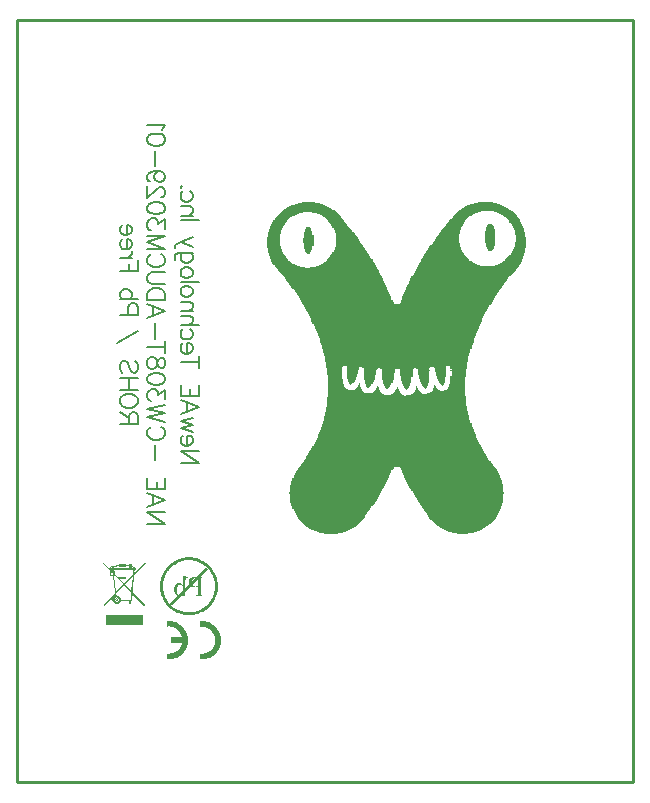
<source format=gbo>
G04*
G04 #@! TF.GenerationSoftware,Altium Limited,Altium Designer,18.1.7 (191)*
G04*
G04 Layer_Color=32896*
%FSLAX25Y25*%
%MOIN*%
G70*
G01*
G75*
%ADD12C,0.01000*%
%ADD14C,0.00800*%
G36*
X158539Y193262D02*
X159944D01*
Y192911D01*
X160997D01*
Y192560D01*
X161700D01*
Y192209D01*
X162402D01*
Y191857D01*
X163104D01*
Y191506D01*
X163807D01*
Y191155D01*
X164158D01*
Y190804D01*
X164509D01*
Y190453D01*
X165211D01*
Y190102D01*
X165562D01*
Y189750D01*
X165913D01*
Y189399D01*
X166265D01*
Y189048D01*
X166616D01*
Y188697D01*
Y188346D01*
X166967D01*
Y187995D01*
X167318D01*
Y187644D01*
X167669D01*
Y187292D01*
Y186941D01*
X168020D01*
Y186590D01*
Y186239D01*
X168372D01*
Y185888D01*
Y185537D01*
X168723D01*
Y185185D01*
Y184834D01*
X169074D01*
Y184483D01*
Y184132D01*
Y183781D01*
Y183430D01*
X169425D01*
Y183078D01*
Y182727D01*
Y182376D01*
Y182025D01*
Y181674D01*
X169776D01*
Y181323D01*
Y180972D01*
Y180620D01*
Y180269D01*
Y179918D01*
Y179567D01*
Y179216D01*
Y178865D01*
Y178513D01*
Y178162D01*
X169425D01*
Y177811D01*
Y177460D01*
Y177109D01*
Y176758D01*
Y176406D01*
X169074D01*
Y176055D01*
Y175704D01*
Y175353D01*
X168723D01*
Y175002D01*
Y174651D01*
Y174300D01*
X168372D01*
Y173948D01*
Y173597D01*
X168020D01*
Y173246D01*
Y172895D01*
X167669D01*
Y172544D01*
X167318D01*
Y172193D01*
Y171841D01*
X166967D01*
Y171490D01*
X166616D01*
Y171139D01*
X166265D01*
Y170788D01*
Y170437D01*
X165913D01*
Y170086D01*
X165562D01*
Y169734D01*
X165211D01*
Y169383D01*
X164860D01*
Y169032D01*
X164509D01*
Y168681D01*
X164158D01*
Y168330D01*
X163807D01*
Y167979D01*
Y167627D01*
X163455D01*
Y167276D01*
X163104D01*
Y166925D01*
X162753D01*
Y166574D01*
X162402D01*
Y166223D01*
Y165872D01*
X162051D01*
Y165521D01*
X161700D01*
Y165169D01*
Y164818D01*
X161348D01*
Y164467D01*
X160997D01*
Y164116D01*
X160646D01*
Y163765D01*
Y163414D01*
X160295D01*
Y163062D01*
X159944D01*
Y162711D01*
Y162360D01*
X159593D01*
Y162009D01*
X159241D01*
Y161658D01*
Y161307D01*
X158890D01*
Y160955D01*
X158539D01*
Y160604D01*
Y160253D01*
X158188D01*
Y159902D01*
Y159551D01*
X157837D01*
Y159200D01*
X157486D01*
Y158849D01*
Y158497D01*
X157135D01*
Y158146D01*
Y157795D01*
X156783D01*
Y157444D01*
Y157093D01*
X156432D01*
Y156741D01*
X156081D01*
Y156390D01*
Y156039D01*
X155730D01*
Y155688D01*
Y155337D01*
X155379D01*
Y154986D01*
Y154635D01*
X155028D01*
Y154283D01*
Y153932D01*
Y153581D01*
X154676D01*
Y153230D01*
Y152879D01*
X154325D01*
Y152528D01*
Y152176D01*
X153974D01*
Y151825D01*
Y151474D01*
Y151123D01*
X153623D01*
Y150772D01*
Y150421D01*
X153272D01*
Y150069D01*
Y149718D01*
X152921D01*
Y149367D01*
Y149016D01*
Y148665D01*
X152569D01*
Y148314D01*
Y147963D01*
X152218D01*
Y147611D01*
Y147260D01*
Y146909D01*
Y146558D01*
X151867D01*
Y146207D01*
Y145856D01*
X151516D01*
Y145504D01*
Y145153D01*
Y144802D01*
Y144451D01*
X151165D01*
Y144100D01*
Y143749D01*
Y143397D01*
Y143046D01*
X150814D01*
Y142695D01*
Y142344D01*
Y141993D01*
X150463D01*
Y141642D01*
Y141290D01*
Y140939D01*
Y140588D01*
Y140237D01*
X150111D01*
Y139886D01*
Y139535D01*
Y139184D01*
Y138832D01*
Y138481D01*
Y138130D01*
Y137779D01*
X149760D01*
Y137428D01*
Y137077D01*
Y136725D01*
Y136374D01*
Y136023D01*
Y135672D01*
Y135321D01*
Y134970D01*
X149409D01*
Y134618D01*
Y134267D01*
Y133916D01*
Y133565D01*
Y133214D01*
Y132863D01*
Y132512D01*
Y132160D01*
Y131809D01*
Y131458D01*
Y131107D01*
Y130756D01*
Y130405D01*
Y130053D01*
Y129702D01*
Y129351D01*
Y129000D01*
Y128649D01*
X149760D01*
Y128298D01*
Y127946D01*
Y127595D01*
Y127244D01*
Y126893D01*
Y126542D01*
Y126191D01*
Y125840D01*
Y125488D01*
X150111D01*
Y125137D01*
Y124786D01*
Y124435D01*
Y124084D01*
Y123733D01*
X150463D01*
Y123381D01*
Y123030D01*
Y122679D01*
Y122328D01*
X150814D01*
Y121977D01*
Y121626D01*
Y121274D01*
Y120923D01*
X151165D01*
Y120572D01*
Y120221D01*
Y119870D01*
X151516D01*
Y119519D01*
Y119168D01*
Y118816D01*
Y118465D01*
X151867D01*
Y118114D01*
Y117763D01*
X152218D01*
Y117412D01*
Y117061D01*
Y116709D01*
X152569D01*
Y116358D01*
Y116007D01*
X152921D01*
Y115656D01*
Y115305D01*
Y114954D01*
X153272D01*
Y114602D01*
Y114251D01*
X153623D01*
Y113900D01*
Y113549D01*
X153974D01*
Y113198D01*
Y112847D01*
X154325D01*
Y112496D01*
X154676D01*
Y112144D01*
Y111793D01*
X155028D01*
Y111442D01*
Y111091D01*
X155379D01*
Y110740D01*
Y110389D01*
X155730D01*
Y110037D01*
Y109686D01*
X156081D01*
Y109335D01*
X156432D01*
Y108984D01*
Y108633D01*
X156783D01*
Y108282D01*
X157135D01*
Y107931D01*
Y107579D01*
X157486D01*
Y107228D01*
X157837D01*
Y106877D01*
Y106526D01*
X158188D01*
Y106175D01*
X158539D01*
Y105824D01*
Y105472D01*
X158890D01*
Y105121D01*
X159241D01*
Y104770D01*
X159593D01*
Y104419D01*
X159944D01*
Y104068D01*
Y103717D01*
X160295D01*
Y103365D01*
Y103014D01*
X160646D01*
Y102663D01*
Y102312D01*
X160997D01*
Y101961D01*
Y101610D01*
X161348D01*
Y101259D01*
Y100907D01*
X161700D01*
Y100556D01*
Y100205D01*
Y99854D01*
Y99503D01*
X162051D01*
Y99151D01*
Y98800D01*
Y98449D01*
Y98098D01*
Y97747D01*
Y97396D01*
Y97045D01*
Y96693D01*
X162402D01*
Y96342D01*
Y95991D01*
X162051D01*
Y95640D01*
Y95289D01*
Y94938D01*
Y94586D01*
Y94235D01*
Y93884D01*
Y93533D01*
Y93182D01*
X161700D01*
Y92831D01*
Y92479D01*
Y92128D01*
X161348D01*
Y91777D01*
Y91426D01*
Y91075D01*
X160997D01*
Y90724D01*
Y90373D01*
X160646D01*
Y90021D01*
Y89670D01*
X160295D01*
Y89319D01*
Y88968D01*
X159944D01*
Y88617D01*
X159593D01*
Y88266D01*
Y87914D01*
X159241D01*
Y87563D01*
X158890D01*
Y87212D01*
X158539D01*
Y86861D01*
X158188D01*
Y86510D01*
X157837D01*
Y86159D01*
X157486D01*
Y85808D01*
X157135D01*
Y85456D01*
X156432D01*
Y85105D01*
X156081D01*
Y84754D01*
X155379D01*
Y84403D01*
X155028D01*
Y84052D01*
X154325D01*
Y83701D01*
X153272D01*
Y83349D01*
X152218D01*
Y82998D01*
X150463D01*
Y82647D01*
X146600D01*
Y82998D01*
X144844D01*
Y83349D01*
X143791D01*
Y83701D01*
X143088D01*
Y84052D01*
X142386D01*
Y84403D01*
X141684D01*
Y84754D01*
X140981D01*
Y85105D01*
X140630D01*
Y85456D01*
X139928D01*
Y85808D01*
X139577D01*
Y86159D01*
X139225D01*
Y86510D01*
X138874D01*
Y86861D01*
X138523D01*
Y87212D01*
X138172D01*
Y87563D01*
X137821D01*
Y87914D01*
X137470D01*
Y88266D01*
Y88617D01*
X137118D01*
Y88968D01*
X136767D01*
Y89319D01*
Y89670D01*
X136416D01*
Y90021D01*
X136065D01*
Y90373D01*
X135714D01*
Y90724D01*
Y91075D01*
X135363D01*
Y91426D01*
X135012D01*
Y91777D01*
Y92128D01*
X134660D01*
Y92479D01*
X134309D01*
Y92831D01*
Y93182D01*
X133958D01*
Y93533D01*
X133607D01*
Y93884D01*
Y94235D01*
X133256D01*
Y94586D01*
Y94938D01*
X132905D01*
Y95289D01*
X132554D01*
Y95640D01*
X132202D01*
Y95991D01*
Y96342D01*
X131851D01*
Y96693D01*
Y97045D01*
X131500D01*
Y97396D01*
Y97747D01*
X131149D01*
Y98098D01*
X130798D01*
Y98449D01*
Y98800D01*
X130447D01*
Y99151D01*
Y99503D01*
X130095D01*
Y99854D01*
Y100205D01*
X129744D01*
Y100556D01*
Y100907D01*
X129393D01*
Y101259D01*
Y101610D01*
X129042D01*
Y101961D01*
Y102312D01*
X128691D01*
Y102663D01*
Y103014D01*
X128340D01*
Y103365D01*
Y103717D01*
Y104068D01*
X127988D01*
Y104419D01*
Y104770D01*
X127637D01*
Y105121D01*
X125530D01*
Y104770D01*
Y104419D01*
X125179D01*
Y104068D01*
X124828D01*
Y103717D01*
Y103365D01*
Y103014D01*
X124477D01*
Y102663D01*
Y102312D01*
X124126D01*
Y101961D01*
Y101610D01*
X123775D01*
Y101259D01*
Y100907D01*
X123423D01*
Y100556D01*
Y100205D01*
X123072D01*
Y99854D01*
Y99503D01*
X122721D01*
Y99151D01*
Y98800D01*
X122370D01*
Y98449D01*
Y98098D01*
X122019D01*
Y97747D01*
X121668D01*
Y97396D01*
Y97045D01*
X121316D01*
Y96693D01*
Y96342D01*
X120965D01*
Y95991D01*
Y95640D01*
X120614D01*
Y95289D01*
X120263D01*
Y94938D01*
Y94586D01*
X119912D01*
Y94235D01*
Y93884D01*
X119561D01*
Y93533D01*
X119209D01*
Y93182D01*
Y92831D01*
X118858D01*
Y92479D01*
X118507D01*
Y92128D01*
X118156D01*
Y91777D01*
Y91426D01*
X117805D01*
Y91075D01*
Y90724D01*
X117454D01*
Y90373D01*
X117103D01*
Y90021D01*
X116751D01*
Y89670D01*
Y89319D01*
X116400D01*
Y88968D01*
X116049D01*
Y88617D01*
Y88266D01*
X115698D01*
Y87914D01*
X115347D01*
Y87563D01*
X114996D01*
Y87212D01*
X114644D01*
Y86861D01*
X114293D01*
Y86510D01*
X113942D01*
Y86159D01*
X113591D01*
Y85808D01*
X113240D01*
Y85456D01*
X112889D01*
Y85105D01*
X112186D01*
Y84754D01*
X111835D01*
Y84403D01*
X111133D01*
Y84052D01*
X110431D01*
Y83701D01*
X109728D01*
Y83349D01*
X108675D01*
Y82998D01*
X106919D01*
Y82647D01*
X102354D01*
Y82998D01*
X100598D01*
Y83349D01*
X99896D01*
Y83701D01*
X98842D01*
Y84052D01*
X98140D01*
Y84403D01*
X97438D01*
Y84754D01*
X97087D01*
Y85105D01*
X96384D01*
Y85456D01*
X96033D01*
Y85808D01*
X95682D01*
Y86159D01*
X95331D01*
Y86510D01*
X94980D01*
Y86861D01*
X94628D01*
Y87212D01*
X94277D01*
Y87563D01*
X93926D01*
Y87914D01*
X93575D01*
Y88266D01*
Y88617D01*
X93224D01*
Y88968D01*
X92873D01*
Y89319D01*
Y89670D01*
X92521D01*
Y90021D01*
Y90373D01*
X92170D01*
Y90724D01*
Y91075D01*
X91819D01*
Y91426D01*
Y91777D01*
Y92128D01*
X91468D01*
Y92479D01*
Y92831D01*
Y93182D01*
X91117D01*
Y93533D01*
Y93884D01*
Y94235D01*
Y94586D01*
Y94938D01*
Y95289D01*
Y95640D01*
Y95991D01*
X90766D01*
Y96342D01*
Y96693D01*
X91117D01*
Y97045D01*
Y97396D01*
Y97747D01*
Y98098D01*
Y98449D01*
Y98800D01*
Y99151D01*
X91468D01*
Y99503D01*
Y99854D01*
Y100205D01*
Y100556D01*
X91819D01*
Y100907D01*
Y101259D01*
Y101610D01*
X92170D01*
Y101961D01*
Y102312D01*
X92521D01*
Y102663D01*
Y103014D01*
X92873D01*
Y103365D01*
Y103717D01*
X93224D01*
Y104068D01*
X93575D01*
Y104419D01*
Y104770D01*
X93926D01*
Y105121D01*
X94277D01*
Y105472D01*
X94628D01*
Y105824D01*
Y106175D01*
X94980D01*
Y106526D01*
X95331D01*
Y106877D01*
X95682D01*
Y107228D01*
Y107579D01*
X96033D01*
Y107931D01*
X96384D01*
Y108282D01*
Y108633D01*
X96735D01*
Y108984D01*
X97087D01*
Y109335D01*
Y109686D01*
X97438D01*
Y110037D01*
Y110389D01*
X97789D01*
Y110740D01*
X98140D01*
Y111091D01*
Y111442D01*
X98491D01*
Y111793D01*
Y112144D01*
X98842D01*
Y112496D01*
Y112847D01*
X99193D01*
Y113198D01*
Y113549D01*
X99545D01*
Y113900D01*
Y114251D01*
X99896D01*
Y114602D01*
Y114954D01*
X100247D01*
Y115305D01*
Y115656D01*
Y116007D01*
X100598D01*
Y116358D01*
Y116709D01*
X100949D01*
Y117061D01*
Y117412D01*
X101300D01*
Y117763D01*
Y118114D01*
Y118465D01*
X101652D01*
Y118816D01*
Y119168D01*
Y119519D01*
X102003D01*
Y119870D01*
Y120221D01*
Y120572D01*
X102354D01*
Y120923D01*
Y121274D01*
Y121626D01*
Y121977D01*
X102705D01*
Y122328D01*
Y122679D01*
Y123030D01*
Y123381D01*
X103056D01*
Y123733D01*
Y124084D01*
Y124435D01*
Y124786D01*
Y125137D01*
X103407D01*
Y125488D01*
Y125840D01*
Y126191D01*
Y126542D01*
Y126893D01*
Y127244D01*
Y127595D01*
Y127946D01*
Y128298D01*
X103759D01*
Y128649D01*
Y129000D01*
Y129351D01*
Y129702D01*
Y130053D01*
Y130405D01*
Y130756D01*
Y131107D01*
Y131458D01*
Y131809D01*
Y132160D01*
Y132512D01*
Y132863D01*
Y133214D01*
Y133565D01*
Y133916D01*
Y134267D01*
Y134618D01*
Y134970D01*
Y135321D01*
Y135672D01*
X103407D01*
Y136023D01*
Y136374D01*
Y136725D01*
Y137077D01*
Y137428D01*
Y137779D01*
Y138130D01*
X103056D01*
Y138481D01*
Y138832D01*
Y139184D01*
Y139535D01*
Y139886D01*
Y140237D01*
X102705D01*
Y140588D01*
Y140939D01*
Y141290D01*
Y141642D01*
Y141993D01*
X102354D01*
Y142344D01*
Y142695D01*
Y143046D01*
X102003D01*
Y143397D01*
Y143749D01*
Y144100D01*
Y144451D01*
X101652D01*
Y144802D01*
Y145153D01*
Y145504D01*
Y145856D01*
X101300D01*
Y146207D01*
Y146558D01*
X100949D01*
Y146909D01*
Y147260D01*
Y147611D01*
Y147963D01*
X100598D01*
Y148314D01*
Y148665D01*
X100247D01*
Y149016D01*
Y149367D01*
Y149718D01*
X99896D01*
Y150069D01*
Y150421D01*
X99545D01*
Y150772D01*
Y151123D01*
X99193D01*
Y151474D01*
Y151825D01*
Y152176D01*
X98842D01*
Y152528D01*
Y152879D01*
X98491D01*
Y153230D01*
Y153581D01*
X98140D01*
Y153932D01*
Y154283D01*
Y154635D01*
X97789D01*
Y154986D01*
Y155337D01*
X97438D01*
Y155688D01*
Y156039D01*
X97087D01*
Y156390D01*
Y156741D01*
X96735D01*
Y157093D01*
X96384D01*
Y157444D01*
Y157795D01*
X96033D01*
Y158146D01*
Y158497D01*
X95682D01*
Y158849D01*
Y159200D01*
X95331D01*
Y159551D01*
X94980D01*
Y159902D01*
Y160253D01*
X94628D01*
Y160604D01*
Y160955D01*
X94277D01*
Y161307D01*
X93926D01*
Y161658D01*
Y162009D01*
X93575D01*
Y162360D01*
X93224D01*
Y162711D01*
Y163062D01*
X92873D01*
Y163414D01*
X92521D01*
Y163765D01*
Y164116D01*
X92170D01*
Y164467D01*
X91819D01*
Y164818D01*
X91468D01*
Y165169D01*
Y165521D01*
X91117D01*
Y165872D01*
X90766D01*
Y166223D01*
Y166574D01*
X90414D01*
Y166925D01*
X90063D01*
Y167276D01*
X89712D01*
Y167627D01*
X89361D01*
Y167979D01*
Y168330D01*
X89010D01*
Y168681D01*
X88659D01*
Y169032D01*
X88307D01*
Y169383D01*
X87956D01*
Y169734D01*
X87605D01*
Y170086D01*
X87254D01*
Y170437D01*
X86903D01*
Y170788D01*
Y171139D01*
X86552D01*
Y171490D01*
X86200D01*
Y171841D01*
X85849D01*
Y172193D01*
Y172544D01*
X85498D01*
Y172895D01*
X85147D01*
Y173246D01*
Y173597D01*
X84796D01*
Y173948D01*
Y174300D01*
X84445D01*
Y174651D01*
Y175002D01*
Y175353D01*
X84094D01*
Y175704D01*
Y176055D01*
Y176406D01*
X83742D01*
Y176758D01*
Y177109D01*
Y177460D01*
Y177811D01*
Y178162D01*
X83391D01*
Y178513D01*
Y178865D01*
Y179216D01*
Y179567D01*
Y179918D01*
Y180269D01*
Y180620D01*
Y180972D01*
Y181323D01*
Y181674D01*
X83742D01*
Y182025D01*
Y182376D01*
Y182727D01*
Y183078D01*
Y183430D01*
X84094D01*
Y183781D01*
Y184132D01*
Y184483D01*
X84445D01*
Y184834D01*
Y185185D01*
Y185537D01*
X84796D01*
Y185888D01*
Y186239D01*
X85147D01*
Y186590D01*
Y186941D01*
X85498D01*
Y187292D01*
X85849D01*
Y187644D01*
Y187995D01*
X86200D01*
Y188346D01*
X86552D01*
Y188697D01*
X86903D01*
Y189048D01*
X87254D01*
Y189399D01*
X87605D01*
Y189750D01*
X87956D01*
Y190102D01*
X88307D01*
Y190453D01*
X88659D01*
Y190804D01*
X89010D01*
Y191155D01*
X89712D01*
Y191506D01*
X90063D01*
Y191857D01*
X90766D01*
Y192209D01*
X91468D01*
Y192560D01*
X92521D01*
Y192911D01*
X93575D01*
Y193262D01*
X94980D01*
Y193613D01*
X99193D01*
Y193262D01*
X100949D01*
Y192911D01*
X102003D01*
Y192560D01*
X102705D01*
Y192209D01*
X103407D01*
Y191857D01*
X104110D01*
Y191506D01*
X104812D01*
Y191155D01*
X105163D01*
Y190804D01*
X105865D01*
Y190453D01*
X106217D01*
Y190102D01*
X106568D01*
Y189750D01*
X106919D01*
Y189399D01*
X107270D01*
Y189048D01*
X107621D01*
Y188697D01*
X107972D01*
Y188346D01*
Y187995D01*
X108324D01*
Y187644D01*
X108675D01*
Y187292D01*
X109026D01*
Y186941D01*
X109377D01*
Y186590D01*
X109728D01*
Y186239D01*
X110079D01*
Y185888D01*
Y185537D01*
X110431D01*
Y185185D01*
X110782D01*
Y184834D01*
X111133D01*
Y184483D01*
X111484D01*
Y184132D01*
X111835D01*
Y183781D01*
Y183430D01*
X112186D01*
Y183078D01*
X112537D01*
Y182727D01*
Y182376D01*
X112889D01*
Y182025D01*
X113240D01*
Y181674D01*
X113591D01*
Y181323D01*
Y180972D01*
X113942D01*
Y180620D01*
X114293D01*
Y180269D01*
Y179918D01*
X114644D01*
Y179567D01*
X114996D01*
Y179216D01*
X115347D01*
Y178865D01*
Y178513D01*
X115698D01*
Y178162D01*
X116049D01*
Y177811D01*
Y177460D01*
X116400D01*
Y177109D01*
X116751D01*
Y176758D01*
Y176406D01*
X117103D01*
Y176055D01*
X117454D01*
Y175704D01*
Y175353D01*
X117805D01*
Y175002D01*
Y174651D01*
X118156D01*
Y174300D01*
X118507D01*
Y173948D01*
Y173597D01*
X118858D01*
Y173246D01*
X119209D01*
Y172895D01*
Y172544D01*
X119561D01*
Y172193D01*
Y171841D01*
X119912D01*
Y171490D01*
Y171139D01*
X120263D01*
Y170788D01*
X120614D01*
Y170437D01*
Y170086D01*
Y169734D01*
X120965D01*
Y169383D01*
Y169032D01*
X121316D01*
Y168681D01*
X121668D01*
Y168330D01*
Y167979D01*
X122019D01*
Y167627D01*
Y167276D01*
X122370D01*
Y166925D01*
Y166574D01*
X122721D01*
Y166223D01*
Y165872D01*
X123072D01*
Y165521D01*
Y165169D01*
X123423D01*
Y164818D01*
Y164467D01*
Y164116D01*
X123775D01*
Y163765D01*
Y163414D01*
X124126D01*
Y163062D01*
Y162711D01*
X124477D01*
Y162360D01*
Y162009D01*
X124828D01*
Y161658D01*
Y161307D01*
Y160955D01*
X125179D01*
Y160604D01*
Y160253D01*
X125530D01*
Y159902D01*
Y159551D01*
X127637D01*
Y159902D01*
X127988D01*
Y160253D01*
Y160604D01*
Y160955D01*
X128340D01*
Y161307D01*
Y161658D01*
Y162009D01*
X128691D01*
Y162360D01*
Y162711D01*
X129042D01*
Y163062D01*
Y163414D01*
X129393D01*
Y163765D01*
Y164116D01*
X129744D01*
Y164467D01*
Y164818D01*
Y165169D01*
X130095D01*
Y165521D01*
Y165872D01*
X130447D01*
Y166223D01*
X130798D01*
Y166574D01*
Y166925D01*
Y167276D01*
X131149D01*
Y167627D01*
Y167979D01*
X131500D01*
Y168330D01*
Y168681D01*
X131851D01*
Y169032D01*
X132202D01*
Y169383D01*
Y169734D01*
X132554D01*
Y170086D01*
Y170437D01*
X132905D01*
Y170788D01*
Y171139D01*
X133256D01*
Y171490D01*
Y171841D01*
X133607D01*
Y172193D01*
Y172544D01*
X133958D01*
Y172895D01*
Y173246D01*
X134309D01*
Y173597D01*
X134660D01*
Y173948D01*
Y174300D01*
X135012D01*
Y174651D01*
X135363D01*
Y175002D01*
Y175353D01*
X135714D01*
Y175704D01*
Y176055D01*
X136065D01*
Y176406D01*
X136416D01*
Y176758D01*
Y177109D01*
X136767D01*
Y177460D01*
X137118D01*
Y177811D01*
Y178162D01*
X137470D01*
Y178513D01*
Y178865D01*
X137821D01*
Y179216D01*
X138172D01*
Y179567D01*
X138523D01*
Y179918D01*
Y180269D01*
X138874D01*
Y180620D01*
X139225D01*
Y180972D01*
X139577D01*
Y181323D01*
Y181674D01*
X139928D01*
Y182025D01*
X140279D01*
Y182376D01*
X140630D01*
Y182727D01*
Y183078D01*
X140981D01*
Y183430D01*
X141332D01*
Y183781D01*
Y184132D01*
X141684D01*
Y184483D01*
X142035D01*
Y184834D01*
X142386D01*
Y185185D01*
X142737D01*
Y185537D01*
X143088D01*
Y185888D01*
Y186239D01*
X143439D01*
Y186590D01*
X143791D01*
Y186941D01*
X144142D01*
Y187292D01*
X144493D01*
Y187644D01*
X144844D01*
Y187995D01*
X145195D01*
Y188346D01*
Y188697D01*
X145546D01*
Y189048D01*
X145897D01*
Y189399D01*
X146249D01*
Y189750D01*
X146600D01*
Y190102D01*
X146951D01*
Y190453D01*
X147302D01*
Y190804D01*
X148004D01*
Y191155D01*
X148356D01*
Y191506D01*
X149058D01*
Y191857D01*
X149409D01*
Y192209D01*
X150111D01*
Y192560D01*
X151165D01*
Y192911D01*
X152218D01*
Y193262D01*
X153623D01*
Y193613D01*
X158539D01*
Y193262D01*
D02*
G37*
G36*
X43000Y73222D02*
X39078Y69138D01*
X38962Y68038D01*
X38719Y65366D01*
X38522Y63445D01*
X42722Y59130D01*
X42433Y58852D01*
X38488Y62901D01*
X38256Y60414D01*
X38129D01*
Y59465D01*
X37250D01*
Y60414D01*
X34531D01*
X34427Y60229D01*
X34299Y60044D01*
X34103Y59835D01*
X33848Y59662D01*
X33559Y59569D01*
X33281Y59535D01*
X32992Y59546D01*
X32784Y59604D01*
X32541Y59708D01*
X32333Y59835D01*
X32171Y59997D01*
X32008Y60229D01*
X31893Y60483D01*
X31823Y60726D01*
X31800Y60923D01*
X31823Y61166D01*
X31858Y61351D01*
X31927Y61525D01*
X32032Y61721D01*
X32147Y61883D01*
X32309Y62034D01*
X32483Y62149D01*
X32645Y62230D01*
X32622Y62439D01*
X29162Y58852D01*
X28873Y59141D01*
X32587Y62982D01*
X32286Y66338D01*
X32078Y68767D01*
X30967D01*
Y70329D01*
X31256D01*
X28445Y73222D01*
X28734Y73500D01*
X31384Y70769D01*
Y70966D01*
X31326Y71012D01*
X31256Y71058D01*
X31187Y71128D01*
X31118Y71209D01*
X31083Y71313D01*
X31048Y71405D01*
X31037Y71521D01*
X31060Y71671D01*
X31095Y71753D01*
X31199Y71914D01*
X31314Y72019D01*
X31465Y72088D01*
X31627Y72111D01*
X31789Y72088D01*
X31927Y72030D01*
X32043Y71961D01*
X32101Y71891D01*
X32205Y71984D01*
X32379Y72100D01*
X32587Y72204D01*
X32888Y72319D01*
X33212Y72412D01*
X33536Y72481D01*
X33883Y72539D01*
X34161Y72574D01*
Y72921D01*
X36382D01*
Y72620D01*
X36555D01*
X36845Y72585D01*
X37146Y72551D01*
X37435Y72505D01*
Y72690D01*
X38395D01*
Y72238D01*
X38511Y72181D01*
X38661Y72111D01*
X38835Y72007D01*
X38974Y71914D01*
X39101Y71799D01*
X39193Y71718D01*
X39251Y71637D01*
X39298Y71544D01*
X39274Y71382D01*
X39830D01*
Y70676D01*
X39217D01*
X39124Y69762D01*
X42711Y73500D01*
X43000Y73222D01*
D02*
G37*
G36*
X42155Y55647D02*
Y55589D01*
Y55508D01*
Y55427D01*
Y55335D01*
Y55254D01*
Y55196D01*
Y55184D01*
Y55173D01*
Y54791D01*
Y54606D01*
Y54432D01*
Y54293D01*
Y54178D01*
Y54131D01*
Y54097D01*
Y54085D01*
Y54074D01*
Y53854D01*
Y53657D01*
Y53472D01*
Y53310D01*
Y53171D01*
Y53079D01*
Y53009D01*
Y52997D01*
Y52986D01*
Y52824D01*
Y52708D01*
Y52616D01*
Y52558D01*
Y52523D01*
Y52512D01*
Y52500D01*
X29509D01*
Y52523D01*
Y52581D01*
Y52650D01*
Y52743D01*
Y52836D01*
Y52905D01*
Y52963D01*
Y52986D01*
Y53368D01*
Y53553D01*
Y53715D01*
Y53865D01*
Y53969D01*
Y54016D01*
Y54050D01*
Y54062D01*
Y54074D01*
Y54293D01*
Y54502D01*
Y54687D01*
Y54849D01*
Y54988D01*
Y55092D01*
Y55150D01*
Y55173D01*
Y55265D01*
Y55335D01*
Y55462D01*
Y55554D01*
Y55612D01*
Y55647D01*
Y55659D01*
Y55670D01*
X42155D01*
Y55647D01*
D02*
G37*
G36*
X57698Y75073D02*
X58068Y75050D01*
X58427Y75015D01*
X58774Y74957D01*
X59121Y74900D01*
X59445Y74818D01*
X60093Y74645D01*
X60694Y74425D01*
X61261Y74182D01*
X61782Y73928D01*
X62025Y73800D01*
X62256Y73662D01*
X62476Y73534D01*
X62684Y73395D01*
X62881Y73268D01*
X63066Y73141D01*
X63240Y73014D01*
X63402Y72898D01*
X63541Y72782D01*
X63668Y72678D01*
X63784Y72585D01*
X63888Y72505D01*
X63980Y72423D01*
X64050Y72366D01*
X64108Y72308D01*
X64142Y72273D01*
X64165Y72250D01*
X64177Y72238D01*
X64432Y71972D01*
X64674Y71695D01*
X64894Y71417D01*
X65114Y71128D01*
X65299Y70838D01*
X65484Y70561D01*
X65658Y70260D01*
X65808Y69971D01*
X65947Y69681D01*
X66086Y69392D01*
X66306Y68825D01*
X66502Y68282D01*
X66641Y67761D01*
X66769Y67263D01*
X66815Y67032D01*
X66850Y66812D01*
X66884Y66615D01*
X66919Y66419D01*
X66942Y66234D01*
X66954Y66072D01*
X66965Y65921D01*
X66977Y65794D01*
X66988Y65678D01*
Y65574D01*
X67000Y65505D01*
Y65447D01*
Y65412D01*
Y65400D01*
X66988Y65030D01*
X66965Y64660D01*
X66931Y64301D01*
X66873Y63954D01*
X66815Y63607D01*
X66734Y63283D01*
X66560Y62635D01*
X66341Y62034D01*
X66109Y61467D01*
X65855Y60946D01*
X65716Y60703D01*
X65588Y60472D01*
X65461Y60252D01*
X65322Y60044D01*
X65195Y59847D01*
X65068Y59662D01*
X64952Y59488D01*
X64836Y59326D01*
X64721Y59188D01*
X64617Y59060D01*
X64524Y58944D01*
X64432Y58840D01*
X64362Y58748D01*
X64293Y58678D01*
X64246Y58621D01*
X64212Y58586D01*
X64188Y58563D01*
X64177Y58551D01*
X63911Y58297D01*
X63633Y58054D01*
X63355Y57822D01*
X63066Y57614D01*
X62777Y57417D01*
X62488Y57232D01*
X62199Y57070D01*
X61909Y56908D01*
X61620Y56769D01*
X61331Y56642D01*
X60764Y56411D01*
X60208Y56226D01*
X59688Y56075D01*
X59202Y55959D01*
X58970Y55902D01*
X58751Y55867D01*
X58542Y55832D01*
X58346Y55809D01*
X58161Y55774D01*
X57999Y55763D01*
X57848Y55751D01*
X57721Y55740D01*
X57605Y55728D01*
X57501D01*
X57432Y55717D01*
X57328D01*
X56957Y55728D01*
X56587Y55751D01*
X56228Y55786D01*
X55881Y55844D01*
X55546Y55902D01*
X55210Y55983D01*
X54574Y56156D01*
X53972Y56376D01*
X53405Y56619D01*
X52885Y56874D01*
X52642Y57001D01*
X52410Y57140D01*
X52190Y57267D01*
X51982Y57394D01*
X51785Y57533D01*
X51600Y57660D01*
X51427Y57776D01*
X51265Y57892D01*
X51126Y58007D01*
X50999Y58112D01*
X50883Y58204D01*
X50779Y58285D01*
X50686Y58366D01*
X50617Y58435D01*
X50559Y58482D01*
X50524Y58516D01*
X50501Y58539D01*
X50490Y58551D01*
X50235Y58817D01*
X49992Y59095D01*
X49761Y59373D01*
X49552Y59662D01*
X49356Y59951D01*
X49171Y60240D01*
X48997Y60530D01*
X48847Y60819D01*
X48696Y61108D01*
X48569Y61397D01*
X48338Y61964D01*
X48153Y62520D01*
X48002Y63040D01*
X47886Y63526D01*
X47829Y63758D01*
X47794Y63977D01*
X47759Y64186D01*
X47724Y64382D01*
X47701Y64568D01*
X47690Y64729D01*
X47678Y64880D01*
X47666Y65007D01*
X47655Y65123D01*
X47643Y65227D01*
Y65296D01*
Y65354D01*
Y65389D01*
Y65400D01*
X47655Y65771D01*
X47678Y66141D01*
X47713Y66500D01*
X47771Y66847D01*
X47829Y67182D01*
X47910Y67518D01*
X48083Y68154D01*
X48303Y68756D01*
X48546Y69323D01*
X48800Y69843D01*
X48928Y70086D01*
X49066Y70318D01*
X49194Y70538D01*
X49333Y70746D01*
X49460Y70943D01*
X49587Y71128D01*
X49714Y71301D01*
X49830Y71463D01*
X49946Y71602D01*
X50050Y71729D01*
X50143Y71845D01*
X50223Y71949D01*
X50305Y72042D01*
X50362Y72111D01*
X50420Y72169D01*
X50455Y72204D01*
X50478Y72227D01*
X50490Y72238D01*
X50756Y72493D01*
X51033Y72736D01*
X51311Y72967D01*
X51600Y73176D01*
X51890Y73372D01*
X52167Y73557D01*
X52468Y73731D01*
X52757Y73881D01*
X53047Y74032D01*
X53336Y74159D01*
X53903Y74390D01*
X54447Y74576D01*
X54967Y74726D01*
X55465Y74842D01*
X55696Y74900D01*
X55916Y74934D01*
X56113Y74969D01*
X56309Y75004D01*
X56494Y75027D01*
X56656Y75038D01*
X56807Y75050D01*
X56934Y75062D01*
X57050Y75073D01*
X57154Y75085D01*
X57328D01*
X57698Y75073D01*
D02*
G37*
G36*
X62041Y53877D02*
X62516Y53820D01*
X62967Y53727D01*
X63395Y53600D01*
X63800Y53461D01*
X64170Y53299D01*
X64529Y53125D01*
X64841Y52952D01*
X65131Y52778D01*
X65385Y52605D01*
X65605Y52443D01*
X65790Y52304D01*
X65929Y52177D01*
X66033Y52084D01*
X66102Y52026D01*
X66126Y52003D01*
X66461Y51644D01*
X66750Y51263D01*
X67005Y50881D01*
X67213Y50499D01*
X67398Y50106D01*
X67549Y49735D01*
X67676Y49365D01*
X67780Y49018D01*
X67850Y48694D01*
X67907Y48393D01*
X67954Y48127D01*
X67977Y47896D01*
X67988Y47792D01*
X68000Y47699D01*
Y47630D01*
X68012Y47560D01*
Y47514D01*
Y47479D01*
Y47456D01*
Y47444D01*
X67988Y46959D01*
X67931Y46484D01*
X67838Y46033D01*
X67711Y45605D01*
X67572Y45200D01*
X67410Y44830D01*
X67248Y44483D01*
X67063Y44159D01*
X66889Y43881D01*
X66727Y43626D01*
X66565Y43407D01*
X66415Y43221D01*
X66299Y43083D01*
X66207Y42967D01*
X66149Y42909D01*
X66126Y42886D01*
X65767Y42550D01*
X65385Y42261D01*
X65003Y42007D01*
X64610Y41798D01*
X64228Y41613D01*
X63846Y41463D01*
X63476Y41335D01*
X63129Y41231D01*
X62805Y41162D01*
X62504Y41104D01*
X62238Y41058D01*
X62007Y41035D01*
X61903Y41023D01*
X61810Y41012D01*
X61741D01*
X61671Y41000D01*
X61313D01*
X61208Y41012D01*
X61023D01*
X60965Y41023D01*
X60908D01*
Y42979D01*
X61127Y42955D01*
X61243Y42944D01*
X61336D01*
X61428Y42932D01*
X61555D01*
X61903Y42944D01*
X62227Y42990D01*
X62539Y43060D01*
X62840Y43140D01*
X63117Y43233D01*
X63384Y43349D01*
X63626Y43464D01*
X63846Y43592D01*
X64055Y43719D01*
X64228Y43835D01*
X64379Y43950D01*
X64506Y44043D01*
X64610Y44135D01*
X64691Y44193D01*
X64737Y44240D01*
X64749Y44251D01*
X64980Y44506D01*
X65188Y44772D01*
X65362Y45038D01*
X65513Y45316D01*
X65640Y45582D01*
X65744Y45848D01*
X65836Y46102D01*
X65906Y46345D01*
X65952Y46577D01*
X65998Y46785D01*
X66022Y46970D01*
X66045Y47132D01*
X66056Y47259D01*
X66068Y47363D01*
Y47421D01*
Y47444D01*
X66056Y47792D01*
X66010Y48116D01*
X65940Y48439D01*
X65860Y48740D01*
X65767Y49018D01*
X65651Y49284D01*
X65536Y49527D01*
X65408Y49747D01*
X65281Y49944D01*
X65165Y50117D01*
X65050Y50279D01*
X64957Y50406D01*
X64864Y50499D01*
X64807Y50580D01*
X64760Y50626D01*
X64749Y50638D01*
X64494Y50869D01*
X64228Y51078D01*
X63962Y51251D01*
X63684Y51413D01*
X63418Y51540D01*
X63152Y51644D01*
X62898Y51737D01*
X62655Y51806D01*
X62423Y51853D01*
X62215Y51899D01*
X62030Y51934D01*
X61868Y51945D01*
X61741Y51957D01*
X61637Y51968D01*
X61555D01*
X61313Y51957D01*
X61208D01*
X61104Y51945D01*
X61023Y51934D01*
X60965D01*
X60919Y51922D01*
X60908D01*
Y53866D01*
X61127Y53889D01*
X61232D01*
X61336Y53900D01*
X61555D01*
X62041Y53877D01*
D02*
G37*
G36*
X51073D02*
X51547Y53820D01*
X51999Y53727D01*
X52427Y53600D01*
X52832Y53461D01*
X53202Y53299D01*
X53549Y53125D01*
X53873Y52952D01*
X54151Y52778D01*
X54405Y52605D01*
X54625Y52443D01*
X54810Y52304D01*
X54949Y52177D01*
X55065Y52084D01*
X55123Y52026D01*
X55146Y52003D01*
X55481Y51644D01*
X55770Y51263D01*
X56025Y50881D01*
X56233Y50499D01*
X56418Y50106D01*
X56569Y49735D01*
X56696Y49365D01*
X56800Y49018D01*
X56870Y48694D01*
X56928Y48393D01*
X56974Y48127D01*
X56997Y47896D01*
X57008Y47792D01*
X57020Y47699D01*
Y47630D01*
X57032Y47560D01*
Y47514D01*
Y47479D01*
Y47456D01*
Y47444D01*
X57008Y46959D01*
X56951Y46484D01*
X56858Y46033D01*
X56731Y45605D01*
X56592Y45200D01*
X56430Y44830D01*
X56268Y44483D01*
X56083Y44159D01*
X55909Y43881D01*
X55747Y43626D01*
X55585Y43407D01*
X55435Y43221D01*
X55319Y43083D01*
X55227Y42967D01*
X55169Y42909D01*
X55146Y42886D01*
X54787Y42550D01*
X54405Y42261D01*
X54023Y42007D01*
X53642Y41798D01*
X53248Y41613D01*
X52878Y41463D01*
X52508Y41335D01*
X52161Y41231D01*
X51837Y41162D01*
X51536Y41104D01*
X51270Y41058D01*
X51038Y41035D01*
X50934Y41023D01*
X50842Y41012D01*
X50772D01*
X50703Y41000D01*
X50344D01*
X50240Y41012D01*
X50055D01*
X49997Y41023D01*
X49939D01*
X49951Y42979D01*
X50171Y42955D01*
X50275Y42944D01*
X50379D01*
X50460Y42932D01*
X50587D01*
X50876Y42944D01*
X51166Y42979D01*
X51443Y43025D01*
X51698Y43083D01*
X51952Y43164D01*
X52184Y43245D01*
X52404Y43337D01*
X52600Y43430D01*
X52785Y43522D01*
X52947Y43615D01*
X53086Y43696D01*
X53202Y43777D01*
X53294Y43835D01*
X53364Y43881D01*
X53410Y43916D01*
X53422Y43927D01*
X53642Y44124D01*
X53850Y44321D01*
X54023Y44529D01*
X54185Y44749D01*
X54336Y44957D01*
X54463Y45177D01*
X54579Y45385D01*
X54671Y45582D01*
X54752Y45767D01*
X54822Y45940D01*
X54880Y46091D01*
X54926Y46230D01*
X54961Y46334D01*
X54984Y46415D01*
X54995Y46461D01*
Y46484D01*
X51223D01*
Y48416D01*
X54995D01*
X54926Y48706D01*
X54833Y48972D01*
X54729Y49238D01*
X54614Y49481D01*
X54486Y49701D01*
X54359Y49909D01*
X54220Y50106D01*
X54093Y50279D01*
X53966Y50441D01*
X53838Y50580D01*
X53734Y50696D01*
X53630Y50788D01*
X53549Y50869D01*
X53491Y50927D01*
X53445Y50962D01*
X53433Y50973D01*
X53190Y51147D01*
X52947Y51297D01*
X52705Y51436D01*
X52461Y51552D01*
X52219Y51644D01*
X51987Y51725D01*
X51756Y51795D01*
X51536Y51841D01*
X51339Y51887D01*
X51154Y51911D01*
X50992Y51934D01*
X50853Y51957D01*
X50738D01*
X50657Y51968D01*
X50587D01*
X50344Y51957D01*
X50240D01*
X50136Y51945D01*
X50055Y51934D01*
X49997D01*
X49951Y51922D01*
X49939D01*
Y53866D01*
X50078Y53877D01*
X50194Y53889D01*
X50309D01*
X50402Y53900D01*
X50587D01*
X51073Y53877D01*
D02*
G37*
%LPC*%
G36*
X158890Y190453D02*
X154676D01*
Y190102D01*
X153623D01*
Y189750D01*
X152569D01*
Y189399D01*
X151867D01*
Y189048D01*
X151516D01*
Y188697D01*
X150814D01*
Y188346D01*
X150463D01*
Y187995D01*
X150111D01*
Y187644D01*
X149760D01*
Y187292D01*
X149409D01*
Y186941D01*
X149058D01*
Y186590D01*
Y186239D01*
X148707D01*
Y185888D01*
Y185537D01*
X148356D01*
Y185185D01*
X148004D01*
Y184834D01*
Y184483D01*
Y184132D01*
X147653D01*
Y183781D01*
Y183430D01*
Y183078D01*
Y182727D01*
X147302D01*
Y182376D01*
Y182025D01*
Y181674D01*
Y181323D01*
Y180972D01*
Y180620D01*
Y180269D01*
Y179918D01*
X147653D01*
Y179567D01*
Y179216D01*
Y178865D01*
Y178513D01*
X148004D01*
Y178162D01*
Y177811D01*
Y177460D01*
X148356D01*
Y177109D01*
Y176758D01*
X148707D01*
Y176406D01*
X149058D01*
Y176055D01*
Y175704D01*
X149409D01*
Y175353D01*
X149760D01*
Y175002D01*
X150111D01*
Y174651D01*
X150463D01*
Y174300D01*
X150814D01*
Y173948D01*
X151516D01*
Y173597D01*
X151867D01*
Y173246D01*
X152569D01*
Y172895D01*
X153272D01*
Y172544D01*
X154325D01*
Y172193D01*
X159241D01*
Y172544D01*
X160295D01*
Y172895D01*
X160997D01*
Y173246D01*
X161700D01*
Y173597D01*
X162051D01*
Y173948D01*
X162753D01*
Y174300D01*
X163104D01*
Y174651D01*
X163455D01*
Y175002D01*
X163807D01*
Y175353D01*
X164158D01*
Y175704D01*
X164509D01*
Y176055D01*
Y176406D01*
X164860D01*
Y176758D01*
Y177109D01*
X165211D01*
Y177460D01*
Y177811D01*
X165562D01*
Y178162D01*
Y178513D01*
X165913D01*
Y178865D01*
Y179216D01*
Y179567D01*
Y179918D01*
Y180269D01*
X166265D01*
Y180620D01*
Y180972D01*
Y181323D01*
Y181674D01*
Y182025D01*
Y182376D01*
X165913D01*
Y182727D01*
Y183078D01*
Y183430D01*
Y183781D01*
Y184132D01*
X165562D01*
Y184483D01*
Y184834D01*
X165211D01*
Y185185D01*
Y185537D01*
X164860D01*
Y185888D01*
Y186239D01*
X164509D01*
Y186590D01*
X164158D01*
Y186941D01*
Y187292D01*
X163807D01*
Y187644D01*
X163455D01*
Y187995D01*
X163104D01*
Y188346D01*
X162402D01*
Y188697D01*
X162051D01*
Y189048D01*
X161348D01*
Y189399D01*
X160646D01*
Y189750D01*
X159944D01*
Y190102D01*
X158890D01*
Y190453D01*
D02*
G37*
G36*
X98491Y190102D02*
X95331D01*
Y189750D01*
X93926D01*
Y189399D01*
X93224D01*
Y189048D01*
X92521D01*
Y188697D01*
X91819D01*
Y188346D01*
X91117D01*
Y187995D01*
X90766D01*
Y187644D01*
X90414D01*
Y187292D01*
X90063D01*
Y186941D01*
X89712D01*
Y186590D01*
X89361D01*
Y186239D01*
Y185888D01*
X89010D01*
Y185537D01*
X88659D01*
Y185185D01*
Y184834D01*
X88307D01*
Y184483D01*
Y184132D01*
X87956D01*
Y183781D01*
Y183430D01*
Y183078D01*
Y182727D01*
X87605D01*
Y182376D01*
Y182025D01*
Y181674D01*
Y181323D01*
Y180972D01*
Y180620D01*
Y180269D01*
Y179918D01*
Y179567D01*
Y179216D01*
Y178865D01*
X87956D01*
Y178513D01*
Y178162D01*
Y177811D01*
X88307D01*
Y177460D01*
Y177109D01*
Y176758D01*
X88659D01*
Y176406D01*
Y176055D01*
X89010D01*
Y175704D01*
X89361D01*
Y175353D01*
X89712D01*
Y175002D01*
Y174651D01*
X90063D01*
Y174300D01*
X90414D01*
Y173948D01*
X91117D01*
Y173597D01*
X91468D01*
Y173246D01*
X91819D01*
Y172895D01*
X92521D01*
Y172544D01*
X93224D01*
Y172193D01*
X94277D01*
Y171841D01*
X96033D01*
Y171490D01*
X97789D01*
Y171841D01*
X99545D01*
Y172193D01*
X100598D01*
Y172544D01*
X101300D01*
Y172895D01*
X102003D01*
Y173246D01*
X102354D01*
Y173597D01*
X103056D01*
Y173948D01*
X103407D01*
Y174300D01*
X103759D01*
Y174651D01*
X104110D01*
Y175002D01*
X104461D01*
Y175353D01*
Y175704D01*
X104812D01*
Y176055D01*
X105163D01*
Y176406D01*
Y176758D01*
X105514D01*
Y177109D01*
Y177460D01*
X105865D01*
Y177811D01*
Y178162D01*
Y178513D01*
X106217D01*
Y178865D01*
Y179216D01*
Y179567D01*
Y179918D01*
Y180269D01*
Y180620D01*
Y180972D01*
Y181323D01*
Y181674D01*
Y182025D01*
Y182376D01*
Y182727D01*
Y183078D01*
X105865D01*
Y183430D01*
Y183781D01*
Y184132D01*
X105514D01*
Y184483D01*
Y184834D01*
X105163D01*
Y185185D01*
Y185537D01*
X104812D01*
Y185888D01*
Y186239D01*
X104461D01*
Y186590D01*
X104110D01*
Y186941D01*
X103759D01*
Y187292D01*
X103407D01*
Y187644D01*
X103056D01*
Y187995D01*
X102705D01*
Y188346D01*
X102003D01*
Y188697D01*
X101652D01*
Y189048D01*
X100949D01*
Y189399D01*
X99896D01*
Y189750D01*
X98491D01*
Y190102D01*
D02*
G37*
G36*
X144493Y138832D02*
X143088D01*
Y138481D01*
Y138130D01*
Y137779D01*
Y137428D01*
Y137077D01*
Y136725D01*
Y136374D01*
Y136023D01*
Y135672D01*
Y135321D01*
Y134970D01*
X142737D01*
Y134618D01*
Y134267D01*
Y133916D01*
Y133565D01*
Y133214D01*
X142386D01*
Y132863D01*
Y132512D01*
X142035D01*
Y132160D01*
X141684D01*
Y132512D01*
X141332D01*
Y132863D01*
X140981D01*
Y133214D01*
X140630D01*
Y133565D01*
Y133916D01*
X140279D01*
Y134267D01*
Y134618D01*
X139928D01*
Y134970D01*
Y135321D01*
X139577D01*
Y135672D01*
Y136023D01*
Y136374D01*
Y136725D01*
X139225D01*
Y137077D01*
Y137428D01*
Y137779D01*
Y138130D01*
X138874D01*
Y138481D01*
X137821D01*
Y138130D01*
X137470D01*
Y137779D01*
Y137428D01*
X137821D01*
Y137077D01*
X137470D01*
Y136725D01*
Y136374D01*
Y136023D01*
Y135672D01*
Y135321D01*
Y134970D01*
Y134618D01*
Y134267D01*
Y133916D01*
Y133565D01*
Y133214D01*
X137118D01*
Y132863D01*
Y132512D01*
Y132160D01*
X136767D01*
Y131809D01*
Y131458D01*
X136416D01*
Y131107D01*
X136065D01*
Y131458D01*
X135714D01*
Y131809D01*
X135363D01*
Y132160D01*
X135012D01*
Y132512D01*
Y132863D01*
X134660D01*
Y133214D01*
Y133565D01*
X134309D01*
Y133916D01*
Y134267D01*
Y134618D01*
X133958D01*
Y134970D01*
Y135321D01*
Y135672D01*
X133607D01*
Y136023D01*
Y136374D01*
Y136725D01*
Y137077D01*
Y137428D01*
Y137779D01*
X132905D01*
Y138130D01*
X132202D01*
Y137779D01*
X131851D01*
Y137428D01*
Y137077D01*
Y136725D01*
Y136374D01*
Y136023D01*
Y135672D01*
Y135321D01*
Y134970D01*
X131500D01*
Y134618D01*
Y134267D01*
Y133916D01*
Y133565D01*
Y133214D01*
X131149D01*
Y132863D01*
Y132512D01*
Y132160D01*
X130798D01*
Y131809D01*
Y131458D01*
X130447D01*
Y131107D01*
X130095D01*
Y130756D01*
X129744D01*
Y131107D01*
X129393D01*
Y131458D01*
X129042D01*
Y131809D01*
Y132160D01*
X128691D01*
Y132512D01*
Y132863D01*
X128340D01*
Y133214D01*
Y133565D01*
Y133916D01*
X127988D01*
Y134267D01*
Y134618D01*
Y134970D01*
Y135321D01*
X127637D01*
Y135672D01*
Y136023D01*
Y136374D01*
Y136725D01*
Y137077D01*
Y137428D01*
Y137779D01*
X125882D01*
Y137428D01*
Y137077D01*
Y136725D01*
Y136374D01*
X125530D01*
Y136023D01*
Y135672D01*
Y135321D01*
Y134970D01*
Y134618D01*
Y134267D01*
X125179D01*
Y133916D01*
Y133565D01*
Y133214D01*
X124828D01*
Y132863D01*
Y132512D01*
X124477D01*
Y132160D01*
Y131809D01*
X124126D01*
Y131458D01*
X123775D01*
Y131107D01*
X123072D01*
Y131458D01*
X122721D01*
Y131809D01*
Y132160D01*
X122370D01*
Y132512D01*
Y132863D01*
X122019D01*
Y133214D01*
Y133565D01*
Y133916D01*
Y134267D01*
X121668D01*
Y134618D01*
Y134970D01*
Y135321D01*
Y135672D01*
Y136023D01*
Y136374D01*
Y136725D01*
Y137077D01*
Y137428D01*
Y137779D01*
X120965D01*
Y138130D01*
X120263D01*
Y137779D01*
X119912D01*
Y137428D01*
X119561D01*
Y137077D01*
Y136725D01*
Y136374D01*
Y136023D01*
Y135672D01*
X119209D01*
Y135321D01*
Y134970D01*
Y134618D01*
Y134267D01*
X118858D01*
Y133916D01*
Y133565D01*
X118507D01*
Y133214D01*
Y132863D01*
X118156D01*
Y132512D01*
Y132160D01*
X117805D01*
Y131809D01*
X117454D01*
Y131458D01*
X116751D01*
Y131809D01*
X116400D01*
Y132160D01*
Y132512D01*
Y132863D01*
X116049D01*
Y133214D01*
Y133565D01*
Y133916D01*
Y134267D01*
X115698D01*
Y134618D01*
Y134970D01*
Y135321D01*
Y135672D01*
Y136023D01*
Y136374D01*
Y136725D01*
Y137077D01*
Y137428D01*
Y137779D01*
Y138130D01*
X114996D01*
Y138481D01*
X113942D01*
Y138130D01*
Y137779D01*
Y137428D01*
X113591D01*
Y137077D01*
Y136725D01*
Y136374D01*
Y136023D01*
X113240D01*
Y135672D01*
Y135321D01*
Y134970D01*
X112889D01*
Y134618D01*
Y134267D01*
X112537D01*
Y133916D01*
Y133565D01*
X112186D01*
Y133214D01*
X111835D01*
Y132863D01*
X111484D01*
Y132512D01*
X111133D01*
Y132863D01*
X110782D01*
Y133214D01*
Y133565D01*
X110431D01*
Y133916D01*
Y134267D01*
Y134618D01*
X110079D01*
Y134970D01*
Y135321D01*
Y135672D01*
Y136023D01*
Y136374D01*
Y136725D01*
Y137077D01*
Y137428D01*
Y137779D01*
Y138130D01*
Y138481D01*
Y138832D01*
X108675D01*
Y138481D01*
X108324D01*
Y138130D01*
Y137779D01*
Y137428D01*
Y137077D01*
Y136725D01*
Y136374D01*
Y136023D01*
Y135672D01*
Y135321D01*
Y134970D01*
Y134618D01*
X108675D01*
Y134267D01*
Y133916D01*
Y133565D01*
Y133214D01*
Y132863D01*
X109026D01*
Y132512D01*
Y132160D01*
Y131809D01*
X109377D01*
Y131458D01*
X109728D01*
Y131107D01*
X110431D01*
Y130756D01*
X112537D01*
Y131107D01*
X112889D01*
Y131458D01*
X113240D01*
Y131809D01*
X113591D01*
Y132160D01*
Y132512D01*
X113942D01*
Y132863D01*
Y133214D01*
X114293D01*
Y132863D01*
Y132512D01*
Y132160D01*
Y131809D01*
X114644D01*
Y131458D01*
Y131107D01*
X114996D01*
Y130756D01*
Y130405D01*
X115347D01*
Y130053D01*
X115698D01*
Y129702D01*
X118507D01*
Y130053D01*
X118858D01*
Y130405D01*
X119209D01*
Y130756D01*
X119561D01*
Y131107D01*
Y131458D01*
X119912D01*
Y131809D01*
Y132160D01*
X120263D01*
Y131809D01*
X120614D01*
Y131458D01*
Y131107D01*
Y130756D01*
X120965D01*
Y130405D01*
Y130053D01*
X121316D01*
Y129702D01*
X121668D01*
Y129351D01*
X122370D01*
Y129000D01*
X124828D01*
Y129351D01*
X125179D01*
Y129702D01*
X125530D01*
Y130053D01*
X125882D01*
Y130405D01*
Y130756D01*
X126233D01*
Y131107D01*
X126584D01*
Y131458D01*
Y131809D01*
X126935D01*
Y131458D01*
Y131107D01*
X127286D01*
Y130756D01*
Y130405D01*
X127637D01*
Y130053D01*
Y129702D01*
X127988D01*
Y129351D01*
X128340D01*
Y129000D01*
X129042D01*
Y128649D01*
X129744D01*
Y129000D01*
X131500D01*
Y129351D01*
X131851D01*
Y129702D01*
X132202D01*
Y130053D01*
X132554D01*
Y130405D01*
Y130756D01*
X132905D01*
Y131107D01*
Y131458D01*
Y131809D01*
Y132160D01*
X133256D01*
Y131809D01*
Y131458D01*
X133607D01*
Y131107D01*
Y130756D01*
X133958D01*
Y130405D01*
X134309D01*
Y130053D01*
X134660D01*
Y129702D01*
X135012D01*
Y129351D01*
X136767D01*
Y129702D01*
X137821D01*
Y130053D01*
X138172D01*
Y130405D01*
X138523D01*
Y130756D01*
Y131107D01*
Y131458D01*
X138874D01*
Y131809D01*
Y132160D01*
Y132512D01*
X139225D01*
Y132160D01*
X139577D01*
Y131809D01*
Y131458D01*
X139928D01*
Y131107D01*
X140279D01*
Y130756D01*
X140981D01*
Y130405D01*
X142386D01*
Y130756D01*
X143439D01*
Y131107D01*
X143791D01*
Y131458D01*
Y131809D01*
X144142D01*
Y132160D01*
Y132512D01*
Y132863D01*
X144493D01*
Y133214D01*
Y133565D01*
Y133916D01*
Y134267D01*
Y134618D01*
Y134970D01*
Y135321D01*
X144844D01*
Y135672D01*
Y136023D01*
Y136374D01*
Y136725D01*
Y137077D01*
X144493D01*
Y137428D01*
X144844D01*
Y137779D01*
X144493D01*
Y138130D01*
Y138481D01*
Y138832D01*
D02*
G37*
%LPD*%
G36*
X158188Y185888D02*
X158539D01*
Y185537D01*
X158890D01*
Y185185D01*
Y184834D01*
Y184483D01*
X159241D01*
Y184132D01*
Y183781D01*
Y183430D01*
Y183078D01*
Y182727D01*
Y182376D01*
Y182025D01*
Y181674D01*
Y181323D01*
Y180972D01*
Y180620D01*
Y180269D01*
Y179918D01*
Y179567D01*
Y179216D01*
Y178865D01*
X158890D01*
Y178513D01*
Y178162D01*
Y177811D01*
X158539D01*
Y177460D01*
X158188D01*
Y177109D01*
X157135D01*
Y177460D01*
Y177811D01*
X156783D01*
Y178162D01*
Y178513D01*
X156432D01*
Y178865D01*
Y179216D01*
Y179567D01*
Y179918D01*
X156081D01*
Y180269D01*
Y180620D01*
Y180972D01*
Y181323D01*
Y181674D01*
Y182025D01*
Y182376D01*
Y182727D01*
Y183078D01*
Y183430D01*
Y183781D01*
X156432D01*
Y184132D01*
Y184483D01*
Y184834D01*
Y185185D01*
X156783D01*
Y185537D01*
Y185888D01*
X157135D01*
Y186239D01*
X158188D01*
Y185888D01*
D02*
G37*
G36*
X97789Y184834D02*
X98140D01*
Y184483D01*
Y184132D01*
Y183781D01*
X98491D01*
Y183430D01*
Y183078D01*
Y182727D01*
Y182376D01*
X98842D01*
Y182025D01*
Y181674D01*
Y181323D01*
Y180972D01*
Y180620D01*
Y180269D01*
Y179918D01*
Y179567D01*
Y179216D01*
Y178865D01*
X98491D01*
Y178513D01*
Y178162D01*
Y177811D01*
Y177460D01*
X98140D01*
Y177109D01*
Y176758D01*
X97789D01*
Y176406D01*
Y176055D01*
X96735D01*
Y176406D01*
X96384D01*
Y176758D01*
X96033D01*
Y177109D01*
Y177460D01*
Y177811D01*
X95682D01*
Y178162D01*
Y178513D01*
Y178865D01*
Y179216D01*
Y179567D01*
Y179918D01*
X95331D01*
Y180269D01*
Y180620D01*
Y180972D01*
Y181323D01*
X95682D01*
Y181674D01*
Y182025D01*
Y182376D01*
Y182727D01*
Y183078D01*
Y183430D01*
X96033D01*
Y183781D01*
Y184132D01*
Y184483D01*
X96384D01*
Y184834D01*
Y185185D01*
X97789D01*
Y184834D01*
D02*
G37*
%LPC*%
G36*
X35965Y72528D02*
X34554D01*
Y72296D01*
X35965D01*
Y72528D01*
D02*
G37*
G36*
X36382Y72204D02*
Y71891D01*
X34161D01*
Y72157D01*
X33698Y72088D01*
X33281Y71984D01*
X32934Y71891D01*
X32656Y71764D01*
X32437Y71637D01*
X32275Y71486D01*
Y71382D01*
X37435D01*
Y72065D01*
X37122Y72123D01*
X36775Y72169D01*
X36382Y72204D01*
D02*
G37*
G36*
X38002Y72296D02*
X37840D01*
Y71764D01*
X37990D01*
X38002Y72296D01*
D02*
G37*
G36*
X38395Y71776D02*
Y71382D01*
X38870D01*
X38881Y71452D01*
X38765Y71567D01*
X38615Y71671D01*
X38395Y71776D01*
D02*
G37*
G36*
X31684Y71706D02*
X31650D01*
X31580Y71695D01*
X31534Y71671D01*
X31488Y71648D01*
X31465Y71614D01*
X31442Y71544D01*
Y71521D01*
Y71509D01*
X31453Y71440D01*
X31476Y71394D01*
X31511Y71359D01*
X31546Y71336D01*
X31615Y71313D01*
X31650D01*
X31719Y71324D01*
X31765Y71347D01*
X31800Y71371D01*
X31823Y71417D01*
X31846Y71475D01*
Y71498D01*
Y71509D01*
X31835Y71579D01*
X31812Y71625D01*
X31789Y71660D01*
X31742Y71683D01*
X31684Y71706D01*
D02*
G37*
G36*
X32147Y69936D02*
X31372D01*
Y69172D01*
X32147D01*
Y69936D01*
D02*
G37*
G36*
X36023Y68189D02*
X33941D01*
Y68062D01*
X36023D01*
Y68189D01*
D02*
G37*
G36*
X38812Y70676D02*
X32333D01*
X32367Y70329D01*
X32541D01*
Y69589D01*
X33513Y68594D01*
X36428D01*
Y67668D01*
X34415D01*
X35757Y66280D01*
X38684Y69323D01*
X38812Y70676D01*
D02*
G37*
G36*
X38627Y68675D02*
X36035Y65991D01*
X38164Y63804D01*
X38627Y68675D01*
D02*
G37*
G36*
X32541Y69010D02*
Y68767D01*
X32494D01*
X32957Y63376D01*
X35480Y65991D01*
X33848Y67668D01*
X33513D01*
Y68004D01*
X32541Y69010D01*
D02*
G37*
G36*
X35757Y65701D02*
X33004Y62844D01*
X33050Y62346D01*
X33235Y62358D01*
X33443Y62346D01*
X33698Y62277D01*
X33941Y62149D01*
X34126Y62022D01*
X34299Y61849D01*
X34450Y61629D01*
X34577Y61351D01*
X34635Y61039D01*
X34623Y60830D01*
X37886D01*
X38118Y63272D01*
X35757Y65701D01*
D02*
G37*
G36*
X33293Y61652D02*
X33223D01*
X33096Y61640D01*
X32992Y61617D01*
X32899Y61582D01*
X32818Y61548D01*
X32749Y61490D01*
X32703Y61432D01*
X32610Y61305D01*
X32564Y61166D01*
X32541Y61062D01*
X32529Y61015D01*
Y60981D01*
Y60958D01*
Y60946D01*
X32541Y60819D01*
X32564Y60715D01*
X32599Y60622D01*
X32633Y60541D01*
X32691Y60483D01*
X32749Y60426D01*
X32876Y60344D01*
X33004Y60287D01*
X33119Y60264D01*
X33154Y60252D01*
X33223D01*
X33351Y60264D01*
X33455Y60287D01*
X33547Y60321D01*
X33628Y60356D01*
X33698Y60414D01*
X33756Y60472D01*
X33837Y60599D01*
X33894Y60726D01*
X33917Y60842D01*
X33929Y60877D01*
Y60911D01*
Y60935D01*
Y60946D01*
X33917Y61073D01*
X33894Y61177D01*
X33860Y61270D01*
X33813Y61351D01*
X33767Y61421D01*
X33709Y61478D01*
X33570Y61559D01*
X33443Y61617D01*
X33327Y61640D01*
X33293Y61652D01*
D02*
G37*
G36*
X37736Y60426D02*
X37643D01*
Y59859D01*
X37736D01*
Y60426D01*
D02*
G37*
%LPD*%
G36*
X33385Y61397D02*
X33501Y61351D01*
X33582Y61270D01*
X33640Y61189D01*
X33675Y61097D01*
X33686Y61015D01*
X33698Y60969D01*
Y60946D01*
X33675Y60796D01*
X33628Y60680D01*
X33547Y60599D01*
X33455Y60541D01*
X33374Y60506D01*
X33293Y60495D01*
X33246Y60483D01*
X33223D01*
X33073Y60506D01*
X32957Y60553D01*
X32876Y60634D01*
X32818Y60715D01*
X32784Y60796D01*
X32772Y60877D01*
X32761Y60923D01*
Y60946D01*
X32784Y61108D01*
X32830Y61224D01*
X32911Y61305D01*
X32992Y61363D01*
X33073Y61397D01*
X33154Y61409D01*
X33200Y61421D01*
X33223D01*
X33385Y61397D01*
D02*
G37*
%LPC*%
G36*
X33235Y61015D02*
X33223D01*
X33177Y61004D01*
X33165Y60981D01*
X33154Y60958D01*
Y60946D01*
X33165Y60911D01*
X33189Y60888D01*
X33212Y60877D01*
X33223D01*
X33258Y60888D01*
X33281Y60911D01*
X33293Y60935D01*
Y60946D01*
X33281Y60992D01*
X33258Y61004D01*
X33235Y61015D01*
D02*
G37*
G36*
X57490Y74113D02*
X57328D01*
X56992Y74101D01*
X56668Y74090D01*
X56344Y74055D01*
X56032Y74009D01*
X55418Y73881D01*
X54840Y73719D01*
X54296Y73523D01*
X53799Y73303D01*
X53324Y73071D01*
X52896Y72840D01*
X52514Y72597D01*
X52329Y72481D01*
X52167Y72366D01*
X52017Y72250D01*
X51878Y72146D01*
X51739Y72053D01*
X51623Y71961D01*
X51519Y71868D01*
X51427Y71787D01*
X51357Y71729D01*
X51288Y71671D01*
X51242Y71614D01*
X51207Y71591D01*
X51184Y71567D01*
X51172Y71556D01*
X50941Y71313D01*
X50721Y71070D01*
X50513Y70815D01*
X50328Y70561D01*
X50154Y70306D01*
X49992Y70040D01*
X49830Y69786D01*
X49691Y69520D01*
X49448Y68999D01*
X49240Y68490D01*
X49066Y67992D01*
X48939Y67529D01*
X48823Y67078D01*
X48754Y66673D01*
X48719Y66488D01*
X48696Y66315D01*
X48673Y66153D01*
X48650Y66002D01*
X48638Y65875D01*
X48627Y65748D01*
Y65644D01*
X48615Y65562D01*
Y65493D01*
Y65447D01*
Y65412D01*
Y65400D01*
X48627Y65065D01*
X48638Y64741D01*
X48673Y64417D01*
X48719Y64105D01*
X48847Y63491D01*
X49009Y62913D01*
X49205Y62369D01*
X49425Y61860D01*
X49657Y61397D01*
X49888Y60969D01*
X50131Y60576D01*
X50247Y60402D01*
X50362Y60229D01*
X50478Y60078D01*
X50582Y59939D01*
X50675Y59812D01*
X50767Y59685D01*
X50833Y59611D01*
X53509Y62288D01*
X53370Y62381D01*
X53243Y62473D01*
X53197Y62520D01*
X53162Y62554D01*
X53139Y62566D01*
X53128Y62577D01*
X52989Y62716D01*
X52873Y62855D01*
X52769Y63006D01*
X52688Y63168D01*
X52607Y63318D01*
X52549Y63468D01*
X52456Y63769D01*
X52422Y63908D01*
X52399Y64024D01*
X52387Y64139D01*
X52376Y64244D01*
X52364Y64313D01*
Y64382D01*
Y64417D01*
Y64429D01*
Y64614D01*
X52387Y64787D01*
X52445Y65088D01*
X52526Y65366D01*
X52561Y65482D01*
X52607Y65586D01*
X52653Y65678D01*
X52700Y65759D01*
X52746Y65829D01*
X52780Y65886D01*
X52815Y65933D01*
X52838Y65968D01*
X52850Y65979D01*
X52861Y65991D01*
X52954Y66095D01*
X53058Y66187D01*
X53151Y66257D01*
X53255Y66326D01*
X53452Y66430D01*
X53625Y66500D01*
X53787Y66534D01*
X53903Y66558D01*
X53949Y66569D01*
X54018D01*
X54157Y66558D01*
X54285Y66534D01*
X54412Y66488D01*
X54539Y66430D01*
X54770Y66291D01*
X54979Y66129D01*
X55141Y65968D01*
X55210Y65898D01*
X55268Y65829D01*
X55314Y65771D01*
X55349Y65724D01*
X55372Y65701D01*
X55384Y65690D01*
Y68825D01*
X55592D01*
X56888Y68293D01*
X56818Y68131D01*
X56691Y68177D01*
X56587Y68189D01*
X56518Y68200D01*
X56494D01*
X56414Y68189D01*
X56356Y68177D01*
X56309Y68154D01*
X56298Y68143D01*
X56252Y68073D01*
X56217Y68004D01*
X56205Y67934D01*
X56194Y67923D01*
Y67911D01*
X56182Y67876D01*
Y67819D01*
X56170Y67703D01*
Y67553D01*
X56159Y67391D01*
Y67252D01*
Y67124D01*
Y67078D01*
Y67044D01*
Y67020D01*
Y67009D01*
Y64938D01*
X57304Y66095D01*
X57247Y66315D01*
X57223Y66430D01*
X57212Y66523D01*
X57200Y66615D01*
Y66685D01*
Y66731D01*
Y66743D01*
X57212Y66951D01*
X57258Y67136D01*
X57304Y67310D01*
X57374Y67448D01*
X57432Y67576D01*
X57490Y67657D01*
X57536Y67715D01*
X57547Y67738D01*
X57686Y67888D01*
X57825Y68015D01*
X57964Y68120D01*
X58091Y68200D01*
X58207Y68258D01*
X58299Y68305D01*
X58357Y68328D01*
X58380Y68339D01*
X58589Y68397D01*
X58808Y68444D01*
X59028Y68467D01*
X59248Y68490D01*
X59445Y68501D01*
X59526Y68513D01*
X59734D01*
X63118Y71897D01*
X63240Y71787D01*
X63483Y71556D01*
X63124Y71903D01*
X63118Y71897D01*
X62997Y72007D01*
X62742Y72215D01*
X62488Y72400D01*
X62222Y72574D01*
X61967Y72736D01*
X61701Y72898D01*
X61446Y73037D01*
X60926Y73280D01*
X60417Y73488D01*
X59919Y73662D01*
X59445Y73789D01*
X59005Y73905D01*
X58600Y73974D01*
X58415Y74009D01*
X58241Y74032D01*
X58079Y74055D01*
X57929Y74078D01*
X57790Y74090D01*
X57675Y74101D01*
X57570D01*
X57490Y74113D01*
D02*
G37*
G36*
X63483Y71556D02*
X63495Y71543D01*
X63494Y71544D01*
X63483Y71556D01*
D02*
G37*
G36*
X63495Y71543D02*
X63506Y71521D01*
X63541Y71486D01*
X63587Y71440D01*
X63645Y71371D01*
X63714Y71301D01*
X63795Y71209D01*
X63807Y71220D01*
X63495Y71543D01*
D02*
G37*
G36*
X59317Y68096D02*
X59179Y68050D01*
X59051Y68004D01*
X59005Y67981D01*
X58970Y67969D01*
X58947Y67946D01*
X58936D01*
X58832Y67876D01*
X58727Y67795D01*
X58647Y67703D01*
X58577Y67622D01*
X58519Y67541D01*
X58485Y67472D01*
X58461Y67425D01*
X58450Y67414D01*
X58392Y67286D01*
X58357Y67206D01*
X58346Y67148D01*
X58334Y67124D01*
X59317Y68096D01*
D02*
G37*
G36*
X60266Y67668D02*
X58473Y65886D01*
X58531Y65794D01*
X58589Y65724D01*
X58623Y65678D01*
X58635Y65667D01*
X58774Y65539D01*
X58924Y65435D01*
X59063Y65366D01*
X59190Y65320D01*
X59306Y65296D01*
X59399Y65285D01*
X59456Y65273D01*
X59479D01*
X59584Y65285D01*
X59699Y65296D01*
X59746D01*
X59780Y65308D01*
X59815D01*
X59965Y65320D01*
X60116Y65343D01*
X60174Y65354D01*
X60220Y65366D01*
X60255Y65377D01*
X60266D01*
Y67668D01*
D02*
G37*
G36*
X54481Y65886D02*
X54389D01*
X54215Y65863D01*
X54065Y65817D01*
X53926Y65748D01*
X53799Y65667D01*
X53694Y65586D01*
X53625Y65516D01*
X53567Y65470D01*
X53556Y65447D01*
X53428Y65262D01*
X53336Y65053D01*
X53266Y64845D01*
X53220Y64637D01*
X53197Y64452D01*
X53185Y64371D01*
X53174Y64301D01*
Y64244D01*
Y64197D01*
Y64174D01*
Y64163D01*
X53185Y63850D01*
X53232Y63573D01*
X53290Y63329D01*
X53359Y63144D01*
X53440Y62994D01*
X53498Y62890D01*
X53544Y62820D01*
X53556Y62797D01*
X53625Y62693D01*
X53694Y62624D01*
X53752Y62566D01*
X53764Y62554D01*
X53776D01*
X55384Y64151D01*
Y65389D01*
X55268Y65493D01*
X55176Y65574D01*
X55083Y65632D01*
X55014Y65690D01*
X54956Y65724D01*
X54921Y65748D01*
X54898Y65771D01*
X54886D01*
X54701Y65840D01*
X54620Y65863D01*
X54539Y65875D01*
X54481Y65886D01*
D02*
G37*
G36*
X63795Y71209D02*
X61099Y68513D01*
X62083D01*
Y68339D01*
X61840D01*
X61712Y68328D01*
X61608Y68305D01*
X61504Y68270D01*
X61435Y68235D01*
X61377Y68200D01*
X61331Y68166D01*
X61308Y68143D01*
X61296Y68131D01*
X61250Y68062D01*
X61227Y67958D01*
X61203Y67830D01*
X61180Y67703D01*
Y67576D01*
X61169Y67483D01*
Y67402D01*
Y67391D01*
Y67379D01*
Y63248D01*
Y63063D01*
X61180Y62901D01*
X61192Y62786D01*
X61215Y62693D01*
X61227Y62624D01*
X61250Y62577D01*
X61261Y62554D01*
Y62543D01*
X61342Y62462D01*
X61435Y62392D01*
X61527Y62346D01*
X61620Y62323D01*
X61701Y62300D01*
X61770Y62288D01*
X62083D01*
Y62103D01*
X59341D01*
Y62288D01*
X59584D01*
X59711Y62300D01*
X59815Y62323D01*
X59908Y62346D01*
X59989Y62392D01*
X60046Y62427D01*
X60093Y62450D01*
X60116Y62473D01*
X60127Y62485D01*
X60174Y62566D01*
X60208Y62670D01*
X60232Y62797D01*
X60243Y62925D01*
X60255Y63052D01*
X60266Y63156D01*
Y63225D01*
Y63237D01*
Y63248D01*
Y65100D01*
X60139Y65077D01*
X60023Y65053D01*
X59931Y65042D01*
X59850Y65030D01*
X59780Y65019D01*
X59734Y65007D01*
X59688D01*
X59491Y64984D01*
X59399D01*
X59329Y64973D01*
X59179D01*
X58901Y64984D01*
X58647Y65030D01*
X58427Y65088D01*
X58241Y65146D01*
X58103Y65215D01*
X57999Y65262D01*
X57929Y65308D01*
X57906Y65320D01*
X56159Y63573D01*
Y62520D01*
X56008Y62427D01*
X55858Y62346D01*
X55731Y62277D01*
X55603Y62219D01*
X55511Y62173D01*
X55430Y62138D01*
X55372Y62126D01*
X55361Y62115D01*
X55222Y62068D01*
X55094Y62034D01*
X54956Y62011D01*
X54840Y61999D01*
X54747Y61987D01*
X54666Y61976D01*
X54562D01*
X51508Y58921D01*
X51161Y59245D01*
X51134Y59274D01*
X51138Y59268D01*
X51161Y59245D01*
X51172Y59234D01*
X51415Y59002D01*
X51658Y58783D01*
X51913Y58586D01*
X52167Y58389D01*
X52422Y58216D01*
X52688Y58054D01*
X52942Y57903D01*
X53209Y57764D01*
X53729Y57521D01*
X54238Y57313D01*
X54736Y57140D01*
X55199Y57012D01*
X55650Y56897D01*
X56055Y56827D01*
X56240Y56792D01*
X56414Y56769D01*
X56575Y56746D01*
X56726Y56723D01*
X56853Y56712D01*
X56980Y56700D01*
X57085D01*
X57165Y56688D01*
X57328D01*
X57663Y56700D01*
X57987Y56723D01*
X58311Y56746D01*
X58623Y56792D01*
X59237Y56920D01*
X59803Y57082D01*
X60347Y57278D01*
X60856Y57498D01*
X61331Y57730D01*
X61759Y57961D01*
X62141Y58204D01*
X62314Y58320D01*
X62488Y58424D01*
X62638Y58539D01*
X62777Y58644D01*
X62904Y58748D01*
X63032Y58840D01*
X63136Y58921D01*
X63228Y59002D01*
X63298Y59072D01*
X63367Y59130D01*
X63413Y59176D01*
X63448Y59211D01*
X63471Y59222D01*
X63483Y59234D01*
X63714Y59477D01*
X63934Y59720D01*
X64131Y59974D01*
X64327Y60229D01*
X64501Y60495D01*
X64663Y60749D01*
X64825Y61015D01*
X64964Y61282D01*
X65207Y61802D01*
X65415Y62311D01*
X65588Y62809D01*
X65716Y63272D01*
X65820Y63723D01*
X65901Y64128D01*
X65936Y64313D01*
X65959Y64486D01*
X65982Y64648D01*
X66005Y64799D01*
X66017Y64926D01*
X66028Y65053D01*
Y65158D01*
X66040Y65239D01*
Y65308D01*
Y65354D01*
Y65389D01*
Y65400D01*
X66028Y65736D01*
X66005Y66060D01*
X65982Y66384D01*
X65924Y66696D01*
X65808Y67310D01*
X65635Y67888D01*
X65450Y68432D01*
X65230Y68929D01*
X64998Y69404D01*
X64755Y69832D01*
X64524Y70214D01*
X64408Y70399D01*
X64293Y70561D01*
X64177Y70711D01*
X64073Y70850D01*
X63980Y70989D01*
X63876Y71105D01*
X63795Y71209D01*
D02*
G37*
G36*
X50833Y59611D02*
X50825Y59604D01*
X51002Y59415D01*
X51056Y59349D01*
X51083Y59328D01*
X51134Y59274D01*
X51114Y59303D01*
X51083Y59328D01*
X51002Y59415D01*
X50999Y59419D01*
X50941Y59488D01*
X50860Y59581D01*
X50833Y59611D01*
D02*
G37*
%LPD*%
D12*
X0Y0D02*
Y254000D01*
X205500D01*
Y0D02*
Y254000D01*
X0Y0D02*
X205500D01*
D14*
X60511Y106498D02*
X54512D01*
X60511D02*
X54512Y110497D01*
X60511D02*
X54512D01*
X56797Y112154D02*
Y115582D01*
X57368D01*
X57940Y115296D01*
X58225Y115010D01*
X58511Y114439D01*
Y113582D01*
X58225Y113011D01*
X57654Y112440D01*
X56797Y112154D01*
X56226D01*
X55369Y112440D01*
X54798Y113011D01*
X54512Y113582D01*
Y114439D01*
X54798Y115010D01*
X55369Y115582D01*
X58511Y116867D02*
X54512Y118010D01*
X58511Y119152D02*
X54512Y118010D01*
X58511Y119152D02*
X54512Y120295D01*
X58511Y121438D02*
X54512Y120295D01*
Y127408D02*
X60511Y125122D01*
X54512Y122837D01*
X56511Y123694D02*
Y126551D01*
X60511Y132521D02*
Y128807D01*
X54512D01*
Y132521D01*
X57654Y128807D02*
Y131093D01*
X60511Y140234D02*
X54512D01*
X60511Y138234D02*
Y142233D01*
X56797Y142947D02*
Y146375D01*
X57368D01*
X57940Y146089D01*
X58225Y145804D01*
X58511Y145232D01*
Y144376D01*
X58225Y143804D01*
X57654Y143233D01*
X56797Y142947D01*
X56226D01*
X55369Y143233D01*
X54798Y143804D01*
X54512Y144376D01*
Y145232D01*
X54798Y145804D01*
X55369Y146375D01*
X57654Y151088D02*
X58225Y150517D01*
X58511Y149946D01*
Y149089D01*
X58225Y148518D01*
X57654Y147946D01*
X56797Y147661D01*
X56226D01*
X55369Y147946D01*
X54798Y148518D01*
X54512Y149089D01*
Y149946D01*
X54798Y150517D01*
X55369Y151088D01*
X60511Y152374D02*
X54512D01*
X57368D02*
X58225Y153231D01*
X58511Y153802D01*
Y154659D01*
X58225Y155230D01*
X57368Y155516D01*
X54512D01*
X58511Y157087D02*
X54512D01*
X57368D02*
X58225Y157944D01*
X58511Y158515D01*
Y159372D01*
X58225Y159944D01*
X57368Y160229D01*
X54512D01*
X58511Y163229D02*
X58225Y162657D01*
X57654Y162086D01*
X56797Y161800D01*
X56226D01*
X55369Y162086D01*
X54798Y162657D01*
X54512Y163229D01*
Y164086D01*
X54798Y164657D01*
X55369Y165228D01*
X56226Y165514D01*
X56797D01*
X57654Y165228D01*
X58225Y164657D01*
X58511Y164086D01*
Y163229D01*
X60511Y166828D02*
X54512D01*
X58511Y169513D02*
X58225Y168942D01*
X57654Y168370D01*
X56797Y168085D01*
X56226D01*
X55369Y168370D01*
X54798Y168942D01*
X54512Y169513D01*
Y170370D01*
X54798Y170941D01*
X55369Y171513D01*
X56226Y171798D01*
X56797D01*
X57654Y171513D01*
X58225Y170941D01*
X58511Y170370D01*
Y169513D01*
Y176540D02*
X53941D01*
X53084Y176254D01*
X52798Y175969D01*
X52512Y175397D01*
Y174540D01*
X52798Y173969D01*
X57654Y176540D02*
X58225Y175969D01*
X58511Y175397D01*
Y174540D01*
X58225Y173969D01*
X57654Y173398D01*
X56797Y173112D01*
X56226D01*
X55369Y173398D01*
X54798Y173969D01*
X54512Y174540D01*
Y175397D01*
X54798Y175969D01*
X55369Y176540D01*
X58511Y178425D02*
X54512Y180139D01*
X58511Y181853D02*
X54512Y180139D01*
X53369Y179568D01*
X52798Y178997D01*
X52512Y178425D01*
Y178140D01*
X60511Y187566D02*
X54512D01*
X58511Y188823D02*
X54512D01*
X57368D02*
X58225Y189680D01*
X58511Y190251D01*
Y191108D01*
X58225Y191680D01*
X57368Y191965D01*
X54512D01*
X57654Y196964D02*
X58225Y196393D01*
X58511Y195822D01*
Y194965D01*
X58225Y194393D01*
X57654Y193822D01*
X56797Y193536D01*
X56226D01*
X55369Y193822D01*
X54798Y194393D01*
X54512Y194965D01*
Y195822D01*
X54798Y196393D01*
X55369Y196964D01*
X55083Y198535D02*
X54798Y198250D01*
X54512Y198535D01*
X54798Y198821D01*
X55083Y198535D01*
X49393Y86274D02*
X43394D01*
X49393D02*
X43394Y90273D01*
X49393D02*
X43394D01*
Y96500D02*
X49393Y94215D01*
X43394Y91930D01*
X45393Y92787D02*
Y95643D01*
X49393Y101613D02*
Y97900D01*
X43394D01*
Y101613D01*
X46536Y97900D02*
Y100185D01*
X45965Y107326D02*
Y112468D01*
X47964Y118524D02*
X48536Y118238D01*
X49107Y117667D01*
X49393Y117096D01*
Y115953D01*
X49107Y115382D01*
X48536Y114810D01*
X47964Y114525D01*
X47107Y114239D01*
X45679D01*
X44822Y114525D01*
X44251Y114810D01*
X43679Y115382D01*
X43394Y115953D01*
Y117096D01*
X43679Y117667D01*
X44251Y118238D01*
X44822Y118524D01*
X49393Y120209D02*
X43394Y121637D01*
X49393Y123066D02*
X43394Y121637D01*
X49393Y123066D02*
X43394Y124494D01*
X49393Y125922D02*
X43394Y124494D01*
X49393Y127693D02*
Y130836D01*
X47107Y129122D01*
Y129979D01*
X46822Y130550D01*
X46536Y130836D01*
X45679Y131121D01*
X45108D01*
X44251Y130836D01*
X43679Y130264D01*
X43394Y129407D01*
Y128550D01*
X43679Y127693D01*
X43965Y127408D01*
X44537Y127122D01*
X49393Y134178D02*
X49107Y133321D01*
X48250Y132749D01*
X46822Y132464D01*
X45965D01*
X44537Y132749D01*
X43679Y133321D01*
X43394Y134178D01*
Y134749D01*
X43679Y135606D01*
X44537Y136177D01*
X45965Y136463D01*
X46822D01*
X48250Y136177D01*
X49107Y135606D01*
X49393Y134749D01*
Y134178D01*
Y139234D02*
X49107Y138377D01*
X48536Y138091D01*
X47964D01*
X47393Y138377D01*
X47107Y138948D01*
X46822Y140091D01*
X46536Y140948D01*
X45965Y141519D01*
X45393Y141805D01*
X44537D01*
X43965Y141519D01*
X43679Y141233D01*
X43394Y140376D01*
Y139234D01*
X43679Y138377D01*
X43965Y138091D01*
X44537Y137805D01*
X45393D01*
X45965Y138091D01*
X46536Y138662D01*
X46822Y139519D01*
X47107Y140662D01*
X47393Y141233D01*
X47964Y141519D01*
X48536D01*
X49107Y141233D01*
X49393Y140376D01*
Y139234D01*
Y145147D02*
X43394D01*
X49393Y143147D02*
Y147146D01*
X45965Y147861D02*
Y153002D01*
X43394Y159344D02*
X49393Y157059D01*
X43394Y154773D01*
X45393Y155630D02*
Y158487D01*
X49393Y160743D02*
X43394D01*
X49393D02*
Y162743D01*
X49107Y163600D01*
X48536Y164171D01*
X47964Y164457D01*
X47107Y164743D01*
X45679D01*
X44822Y164457D01*
X44251Y164171D01*
X43679Y163600D01*
X43394Y162743D01*
Y160743D01*
X49393Y166085D02*
X45108D01*
X44251Y166371D01*
X43679Y166942D01*
X43394Y167799D01*
Y168370D01*
X43679Y169227D01*
X44251Y169799D01*
X45108Y170084D01*
X49393D01*
X47964Y176026D02*
X48536Y175740D01*
X49107Y175169D01*
X49393Y174598D01*
Y173455D01*
X49107Y172884D01*
X48536Y172312D01*
X47964Y172027D01*
X47107Y171741D01*
X45679D01*
X44822Y172027D01*
X44251Y172312D01*
X43679Y172884D01*
X43394Y173455D01*
Y174598D01*
X43679Y175169D01*
X44251Y175740D01*
X44822Y176026D01*
X49393Y177711D02*
X43394D01*
X49393D02*
X43394Y179996D01*
X49393Y182282D02*
X43394Y179996D01*
X49393Y182282D02*
X43394D01*
X49393Y184567D02*
Y187709D01*
X47107Y185995D01*
Y186852D01*
X46822Y187423D01*
X46536Y187709D01*
X45679Y187995D01*
X45108D01*
X44251Y187709D01*
X43679Y187138D01*
X43394Y186281D01*
Y185424D01*
X43679Y184567D01*
X43965Y184281D01*
X44537Y183996D01*
X49393Y191051D02*
X49107Y190194D01*
X48250Y189623D01*
X46822Y189337D01*
X45965D01*
X44537Y189623D01*
X43679Y190194D01*
X43394Y191051D01*
Y191622D01*
X43679Y192480D01*
X44537Y193051D01*
X45965Y193336D01*
X46822D01*
X48250Y193051D01*
X49107Y192480D01*
X49393Y191622D01*
Y191051D01*
X47964Y194965D02*
X48250D01*
X48821Y195250D01*
X49107Y195536D01*
X49393Y196107D01*
Y197250D01*
X49107Y197821D01*
X48821Y198107D01*
X48250Y198392D01*
X47679D01*
X47107Y198107D01*
X46250Y197536D01*
X43394Y194679D01*
Y198678D01*
X47393Y203734D02*
X46536Y203449D01*
X45965Y202877D01*
X45679Y202020D01*
Y201735D01*
X45965Y200878D01*
X46536Y200306D01*
X47393Y200021D01*
X47679D01*
X48536Y200306D01*
X49107Y200878D01*
X49393Y201735D01*
Y202020D01*
X49107Y202877D01*
X48536Y203449D01*
X47393Y203734D01*
X45965D01*
X44537Y203449D01*
X43679Y202877D01*
X43394Y202020D01*
Y201449D01*
X43679Y200592D01*
X44251Y200306D01*
X45965Y205362D02*
Y210504D01*
X49393Y213989D02*
X49107Y213132D01*
X48250Y212561D01*
X46822Y212275D01*
X45965D01*
X44537Y212561D01*
X43679Y213132D01*
X43394Y213989D01*
Y214560D01*
X43679Y215417D01*
X44537Y215989D01*
X45965Y216274D01*
X46822D01*
X48250Y215989D01*
X49107Y215417D01*
X49393Y214560D01*
Y213989D01*
X48250Y217617D02*
X48536Y218188D01*
X49393Y219045D01*
X43394D01*
X40274Y119524D02*
X34275D01*
X40274D02*
Y122095D01*
X39988Y122951D01*
X39703Y123237D01*
X39132Y123523D01*
X38560D01*
X37989Y123237D01*
X37703Y122951D01*
X37418Y122095D01*
Y119524D01*
Y121523D02*
X34275Y123523D01*
X40274Y126579D02*
X39988Y126008D01*
X39417Y125437D01*
X38846Y125151D01*
X37989Y124865D01*
X36561D01*
X35704Y125151D01*
X35132Y125437D01*
X34561Y126008D01*
X34275Y126579D01*
Y127722D01*
X34561Y128293D01*
X35132Y128865D01*
X35704Y129150D01*
X36561Y129436D01*
X37989D01*
X38846Y129150D01*
X39417Y128865D01*
X39988Y128293D01*
X40274Y127722D01*
Y126579D01*
Y130835D02*
X34275D01*
X40274Y134835D02*
X34275D01*
X37418Y130835D02*
Y134835D01*
X39417Y140491D02*
X39988Y139919D01*
X40274Y139062D01*
Y137920D01*
X39988Y137063D01*
X39417Y136492D01*
X38846D01*
X38274Y136777D01*
X37989Y137063D01*
X37703Y137634D01*
X37132Y139348D01*
X36846Y139919D01*
X36561Y140205D01*
X35989Y140491D01*
X35132D01*
X34561Y139919D01*
X34275Y139062D01*
Y137920D01*
X34561Y137063D01*
X35132Y136492D01*
X33419Y146546D02*
X40274Y150546D01*
X37132Y155659D02*
Y158230D01*
X37418Y159087D01*
X37703Y159372D01*
X38274Y159658D01*
X39132D01*
X39703Y159372D01*
X39988Y159087D01*
X40274Y158230D01*
Y155659D01*
X34275D01*
X40274Y161001D02*
X34275D01*
X37418D02*
X37989Y161572D01*
X38274Y162143D01*
Y163000D01*
X37989Y163571D01*
X37418Y164143D01*
X36561Y164428D01*
X35989D01*
X35132Y164143D01*
X34561Y163571D01*
X34275Y163000D01*
Y162143D01*
X34561Y161572D01*
X35132Y161001D01*
X40274Y170427D02*
X34275D01*
X40274D02*
Y174141D01*
X37418Y170427D02*
Y172712D01*
X38274Y174826D02*
X34275D01*
X36561D02*
X37418Y175112D01*
X37989Y175683D01*
X38274Y176254D01*
Y177111D01*
X36561Y177654D02*
Y181082D01*
X37132D01*
X37703Y180796D01*
X37989Y180511D01*
X38274Y179939D01*
Y179082D01*
X37989Y178511D01*
X37418Y177940D01*
X36561Y177654D01*
X35989D01*
X35132Y177940D01*
X34561Y178511D01*
X34275Y179082D01*
Y179939D01*
X34561Y180511D01*
X35132Y181082D01*
X36561Y182367D02*
Y185795D01*
X37132D01*
X37703Y185510D01*
X37989Y185224D01*
X38274Y184653D01*
Y183796D01*
X37989Y183224D01*
X37418Y182653D01*
X36561Y182367D01*
X35989D01*
X35132Y182653D01*
X34561Y183224D01*
X34275Y183796D01*
Y184653D01*
X34561Y185224D01*
X35132Y185795D01*
M02*

</source>
